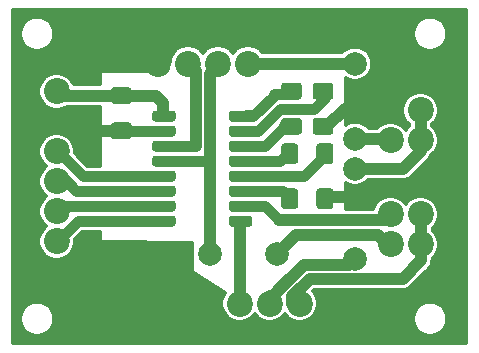
<source format=gbr>
%TF.GenerationSoftware,KiCad,Pcbnew,(5.1.6)-1*%
%TF.CreationDate,2025-08-30T03:37:39-05:00*%
%TF.ProjectId,max3232_board,6d617833-3233-4325-9f62-6f6172642e6b,rev?*%
%TF.SameCoordinates,PX1bdb590PY3072580*%
%TF.FileFunction,Copper,L2,Bot*%
%TF.FilePolarity,Positive*%
%FSLAX46Y46*%
G04 Gerber Fmt 4.6, Leading zero omitted, Abs format (unit mm)*
G04 Created by KiCad (PCBNEW (5.1.6)-1) date 2025-08-30 03:37:39*
%MOMM*%
%LPD*%
G01*
G04 APERTURE LIST*
%TA.AperFunction,ComponentPad*%
%ADD10C,2.200000*%
%TD*%
%TA.AperFunction,ViaPad*%
%ADD11C,2.000000*%
%TD*%
%TA.AperFunction,Conductor*%
%ADD12C,0.900000*%
%TD*%
%TA.AperFunction,Conductor*%
%ADD13C,1.000000*%
%TD*%
%TA.AperFunction,Conductor*%
%ADD14C,0.300000*%
%TD*%
G04 APERTURE END LIST*
%TO.P,C1,1*%
%TO.N,GND*%
%TA.AperFunction,SMDPad,CuDef*%
G36*
G01*
X27358500Y18120000D02*
X26108500Y18120000D01*
G75*
G02*
X25858500Y18370000I0J250000D01*
G01*
X25858500Y19295000D01*
G75*
G02*
X26108500Y19545000I250000J0D01*
G01*
X27358500Y19545000D01*
G75*
G02*
X27608500Y19295000I0J-250000D01*
G01*
X27608500Y18370000D01*
G75*
G02*
X27358500Y18120000I-250000J0D01*
G01*
G37*
%TD.AperFunction*%
%TO.P,C1,2*%
%TO.N,Net-(C1-Pad2)*%
%TA.AperFunction,SMDPad,CuDef*%
G36*
G01*
X27358500Y21095000D02*
X26108500Y21095000D01*
G75*
G02*
X25858500Y21345000I0J250000D01*
G01*
X25858500Y22270000D01*
G75*
G02*
X26108500Y22520000I250000J0D01*
G01*
X27358500Y22520000D01*
G75*
G02*
X27608500Y22270000I0J-250000D01*
G01*
X27608500Y21345000D01*
G75*
G02*
X27358500Y21095000I-250000J0D01*
G01*
G37*
%TD.AperFunction*%
%TD*%
%TO.P,C2,2*%
%TO.N,GND*%
%TA.AperFunction,SMDPad,CuDef*%
G36*
G01*
X26175000Y12075000D02*
X26175000Y13325000D01*
G75*
G02*
X26425000Y13575000I250000J0D01*
G01*
X27350000Y13575000D01*
G75*
G02*
X27600000Y13325000I0J-250000D01*
G01*
X27600000Y12075000D01*
G75*
G02*
X27350000Y11825000I-250000J0D01*
G01*
X26425000Y11825000D01*
G75*
G02*
X26175000Y12075000I0J250000D01*
G01*
G37*
%TD.AperFunction*%
%TO.P,C2,1*%
%TO.N,Net-(C2-Pad1)*%
%TA.AperFunction,SMDPad,CuDef*%
G36*
G01*
X23200000Y12075000D02*
X23200000Y13325000D01*
G75*
G02*
X23450000Y13575000I250000J0D01*
G01*
X24375000Y13575000D01*
G75*
G02*
X24625000Y13325000I0J-250000D01*
G01*
X24625000Y12075000D01*
G75*
G02*
X24375000Y11825000I-250000J0D01*
G01*
X23450000Y11825000D01*
G75*
G02*
X23200000Y12075000I0J250000D01*
G01*
G37*
%TD.AperFunction*%
%TD*%
%TO.P,C3,1*%
%TO.N,Net-(C3-Pad1)*%
%TA.AperFunction,SMDPad,CuDef*%
G36*
G01*
X24691500Y18120000D02*
X23441500Y18120000D01*
G75*
G02*
X23191500Y18370000I0J250000D01*
G01*
X23191500Y19295000D01*
G75*
G02*
X23441500Y19545000I250000J0D01*
G01*
X24691500Y19545000D01*
G75*
G02*
X24941500Y19295000I0J-250000D01*
G01*
X24941500Y18370000D01*
G75*
G02*
X24691500Y18120000I-250000J0D01*
G01*
G37*
%TD.AperFunction*%
%TO.P,C3,2*%
%TO.N,Net-(C3-Pad2)*%
%TA.AperFunction,SMDPad,CuDef*%
G36*
G01*
X24691500Y21095000D02*
X23441500Y21095000D01*
G75*
G02*
X23191500Y21345000I0J250000D01*
G01*
X23191500Y22270000D01*
G75*
G02*
X23441500Y22520000I250000J0D01*
G01*
X24691500Y22520000D01*
G75*
G02*
X24941500Y22270000I0J-250000D01*
G01*
X24941500Y21345000D01*
G75*
G02*
X24691500Y21095000I-250000J0D01*
G01*
G37*
%TD.AperFunction*%
%TD*%
%TO.P,C4,1*%
%TO.N,Net-(C4-Pad1)*%
%TA.AperFunction,SMDPad,CuDef*%
G36*
G01*
X27600000Y17135000D02*
X27600000Y15885000D01*
G75*
G02*
X27350000Y15635000I-250000J0D01*
G01*
X26425000Y15635000D01*
G75*
G02*
X26175000Y15885000I0J250000D01*
G01*
X26175000Y17135000D01*
G75*
G02*
X26425000Y17385000I250000J0D01*
G01*
X27350000Y17385000D01*
G75*
G02*
X27600000Y17135000I0J-250000D01*
G01*
G37*
%TD.AperFunction*%
%TO.P,C4,2*%
%TO.N,Net-(C4-Pad2)*%
%TA.AperFunction,SMDPad,CuDef*%
G36*
G01*
X24625000Y17135000D02*
X24625000Y15885000D01*
G75*
G02*
X24375000Y15635000I-250000J0D01*
G01*
X23450000Y15635000D01*
G75*
G02*
X23200000Y15885000I0J250000D01*
G01*
X23200000Y17135000D01*
G75*
G02*
X23450000Y17385000I250000J0D01*
G01*
X24375000Y17385000D01*
G75*
G02*
X24625000Y17135000I0J-250000D01*
G01*
G37*
%TD.AperFunction*%
%TD*%
%TO.P,C5,2*%
%TO.N,+3V3*%
%TA.AperFunction,SMDPad,CuDef*%
G36*
G01*
X10277000Y20714000D02*
X9027000Y20714000D01*
G75*
G02*
X8777000Y20964000I0J250000D01*
G01*
X8777000Y21889000D01*
G75*
G02*
X9027000Y22139000I250000J0D01*
G01*
X10277000Y22139000D01*
G75*
G02*
X10527000Y21889000I0J-250000D01*
G01*
X10527000Y20964000D01*
G75*
G02*
X10277000Y20714000I-250000J0D01*
G01*
G37*
%TD.AperFunction*%
%TO.P,C5,1*%
%TO.N,GND*%
%TA.AperFunction,SMDPad,CuDef*%
G36*
G01*
X10277000Y17739000D02*
X9027000Y17739000D01*
G75*
G02*
X8777000Y17989000I0J250000D01*
G01*
X8777000Y18914000D01*
G75*
G02*
X9027000Y19164000I250000J0D01*
G01*
X10277000Y19164000D01*
G75*
G02*
X10527000Y18914000I0J-250000D01*
G01*
X10527000Y17989000D01*
G75*
G02*
X10277000Y17739000I-250000J0D01*
G01*
G37*
%TD.AperFunction*%
%TD*%
D10*
%TO.P,J1,1*%
%TO.N,DOUT2*%
X4191000Y9080500D03*
%TO.P,J1,2*%
%TO.N,DIN2*%
X4191000Y11620500D03*
%TO.P,J1,3*%
%TO.N,DIN1*%
X4191000Y14160500D03*
%TO.P,J1,4*%
%TO.N,DOUT1*%
X4191000Y16700500D03*
%TO.P,J1,5*%
%TO.N,GND*%
X4191000Y19240500D03*
%TO.P,J1,6*%
%TO.N,+3V3*%
X4191000Y21780500D03*
%TD*%
%TO.P,J2,2*%
%TO.N,GND*%
X32448500Y20193000D03*
%TO.P,J2,1*%
%TO.N,VHF_AIS-*%
X32448500Y17653000D03*
%TD*%
%TO.P,J3,1*%
%TO.N,RIN1*%
X32448500Y8826500D03*
%TO.P,J3,2*%
%TO.N,ROUT2*%
X32448500Y11366500D03*
%TD*%
%TO.P,J4,2*%
%TO.N,E80-*%
X34988500Y20193000D03*
%TO.P,J4,1*%
X34988500Y17653000D03*
%TD*%
%TO.P,J5,1*%
%TO.N,E80_IN*%
X34988500Y8826500D03*
%TO.P,J5,2*%
X34988500Y11366500D03*
%TD*%
%TO.P,J6,2*%
%TO.N,ROUT1*%
X15303500Y24130000D03*
%TO.P,J6,1*%
%TO.N,GND*%
X12763500Y24130000D03*
%TD*%
%TO.P,J7,1*%
%TO.N,RIN1*%
X17843500Y24130000D03*
%TO.P,J7,2*%
%TO.N,VHF_AIS-*%
X20383500Y24130000D03*
%TD*%
%TO.P,J8,1*%
%TO.N,E80_IN*%
X24765000Y3810000D03*
%TO.P,J8,2*%
%TO.N,E80-*%
X22225000Y3810000D03*
%TO.P,J8,3*%
%TO.N,E80_OUT*%
X19685000Y3810000D03*
%TD*%
%TO.P,U1,1*%
%TO.N,Net-(C3-Pad2)*%
%TA.AperFunction,SMDPad,CuDef*%
G36*
G01*
X20760000Y19910000D02*
X20760000Y19460000D01*
G75*
G02*
X20535000Y19235000I-225000J0D01*
G01*
X18985000Y19235000D01*
G75*
G02*
X18760000Y19460000I0J225000D01*
G01*
X18760000Y19910000D01*
G75*
G02*
X18985000Y20135000I225000J0D01*
G01*
X20535000Y20135000D01*
G75*
G02*
X20760000Y19910000I0J-225000D01*
G01*
G37*
%TD.AperFunction*%
%TO.P,U1,2*%
%TO.N,Net-(C1-Pad2)*%
%TA.AperFunction,SMDPad,CuDef*%
G36*
G01*
X20760000Y18640000D02*
X20760000Y18190000D01*
G75*
G02*
X20535000Y17965000I-225000J0D01*
G01*
X18985000Y17965000D01*
G75*
G02*
X18760000Y18190000I0J225000D01*
G01*
X18760000Y18640000D01*
G75*
G02*
X18985000Y18865000I225000J0D01*
G01*
X20535000Y18865000D01*
G75*
G02*
X20760000Y18640000I0J-225000D01*
G01*
G37*
%TD.AperFunction*%
%TO.P,U1,3*%
%TO.N,Net-(C3-Pad1)*%
%TA.AperFunction,SMDPad,CuDef*%
G36*
G01*
X20760000Y17370000D02*
X20760000Y16920000D01*
G75*
G02*
X20535000Y16695000I-225000J0D01*
G01*
X18985000Y16695000D01*
G75*
G02*
X18760000Y16920000I0J225000D01*
G01*
X18760000Y17370000D01*
G75*
G02*
X18985000Y17595000I225000J0D01*
G01*
X20535000Y17595000D01*
G75*
G02*
X20760000Y17370000I0J-225000D01*
G01*
G37*
%TD.AperFunction*%
%TO.P,U1,4*%
%TO.N,Net-(C4-Pad2)*%
%TA.AperFunction,SMDPad,CuDef*%
G36*
G01*
X20760000Y16100000D02*
X20760000Y15650000D01*
G75*
G02*
X20535000Y15425000I-225000J0D01*
G01*
X18985000Y15425000D01*
G75*
G02*
X18760000Y15650000I0J225000D01*
G01*
X18760000Y16100000D01*
G75*
G02*
X18985000Y16325000I225000J0D01*
G01*
X20535000Y16325000D01*
G75*
G02*
X20760000Y16100000I0J-225000D01*
G01*
G37*
%TD.AperFunction*%
%TO.P,U1,5*%
%TO.N,Net-(C4-Pad1)*%
%TA.AperFunction,SMDPad,CuDef*%
G36*
G01*
X20760000Y14830000D02*
X20760000Y14380000D01*
G75*
G02*
X20535000Y14155000I-225000J0D01*
G01*
X18985000Y14155000D01*
G75*
G02*
X18760000Y14380000I0J225000D01*
G01*
X18760000Y14830000D01*
G75*
G02*
X18985000Y15055000I225000J0D01*
G01*
X20535000Y15055000D01*
G75*
G02*
X20760000Y14830000I0J-225000D01*
G01*
G37*
%TD.AperFunction*%
%TO.P,U1,6*%
%TO.N,Net-(C2-Pad1)*%
%TA.AperFunction,SMDPad,CuDef*%
G36*
G01*
X20760000Y13560000D02*
X20760000Y13110000D01*
G75*
G02*
X20535000Y12885000I-225000J0D01*
G01*
X18985000Y12885000D01*
G75*
G02*
X18760000Y13110000I0J225000D01*
G01*
X18760000Y13560000D01*
G75*
G02*
X18985000Y13785000I225000J0D01*
G01*
X20535000Y13785000D01*
G75*
G02*
X20760000Y13560000I0J-225000D01*
G01*
G37*
%TD.AperFunction*%
%TO.P,U1,7*%
%TO.N,ROUT2*%
%TA.AperFunction,SMDPad,CuDef*%
G36*
G01*
X20760000Y12290000D02*
X20760000Y11840000D01*
G75*
G02*
X20535000Y11615000I-225000J0D01*
G01*
X18985000Y11615000D01*
G75*
G02*
X18760000Y11840000I0J225000D01*
G01*
X18760000Y12290000D01*
G75*
G02*
X18985000Y12515000I225000J0D01*
G01*
X20535000Y12515000D01*
G75*
G02*
X20760000Y12290000I0J-225000D01*
G01*
G37*
%TD.AperFunction*%
%TO.P,U1,8*%
%TO.N,E80_OUT*%
%TA.AperFunction,SMDPad,CuDef*%
G36*
G01*
X20760000Y11020000D02*
X20760000Y10570000D01*
G75*
G02*
X20535000Y10345000I-225000J0D01*
G01*
X18985000Y10345000D01*
G75*
G02*
X18760000Y10570000I0J225000D01*
G01*
X18760000Y11020000D01*
G75*
G02*
X18985000Y11245000I225000J0D01*
G01*
X20535000Y11245000D01*
G75*
G02*
X20760000Y11020000I0J-225000D01*
G01*
G37*
%TD.AperFunction*%
%TO.P,U1,9*%
%TO.N,DOUT2*%
%TA.AperFunction,SMDPad,CuDef*%
G36*
G01*
X14260000Y11020000D02*
X14260000Y10570000D01*
G75*
G02*
X14035000Y10345000I-225000J0D01*
G01*
X12485000Y10345000D01*
G75*
G02*
X12260000Y10570000I0J225000D01*
G01*
X12260000Y11020000D01*
G75*
G02*
X12485000Y11245000I225000J0D01*
G01*
X14035000Y11245000D01*
G75*
G02*
X14260000Y11020000I0J-225000D01*
G01*
G37*
%TD.AperFunction*%
%TO.P,U1,10*%
%TO.N,DIN2*%
%TA.AperFunction,SMDPad,CuDef*%
G36*
G01*
X14260000Y12290000D02*
X14260000Y11840000D01*
G75*
G02*
X14035000Y11615000I-225000J0D01*
G01*
X12485000Y11615000D01*
G75*
G02*
X12260000Y11840000I0J225000D01*
G01*
X12260000Y12290000D01*
G75*
G02*
X12485000Y12515000I225000J0D01*
G01*
X14035000Y12515000D01*
G75*
G02*
X14260000Y12290000I0J-225000D01*
G01*
G37*
%TD.AperFunction*%
%TO.P,U1,11*%
%TO.N,DIN1*%
%TA.AperFunction,SMDPad,CuDef*%
G36*
G01*
X14260000Y13560000D02*
X14260000Y13110000D01*
G75*
G02*
X14035000Y12885000I-225000J0D01*
G01*
X12485000Y12885000D01*
G75*
G02*
X12260000Y13110000I0J225000D01*
G01*
X12260000Y13560000D01*
G75*
G02*
X12485000Y13785000I225000J0D01*
G01*
X14035000Y13785000D01*
G75*
G02*
X14260000Y13560000I0J-225000D01*
G01*
G37*
%TD.AperFunction*%
%TO.P,U1,12*%
%TO.N,DOUT1*%
%TA.AperFunction,SMDPad,CuDef*%
G36*
G01*
X14260000Y14830000D02*
X14260000Y14380000D01*
G75*
G02*
X14035000Y14155000I-225000J0D01*
G01*
X12485000Y14155000D01*
G75*
G02*
X12260000Y14380000I0J225000D01*
G01*
X12260000Y14830000D01*
G75*
G02*
X12485000Y15055000I225000J0D01*
G01*
X14035000Y15055000D01*
G75*
G02*
X14260000Y14830000I0J-225000D01*
G01*
G37*
%TD.AperFunction*%
%TO.P,U1,13*%
%TO.N,RIN1*%
%TA.AperFunction,SMDPad,CuDef*%
G36*
G01*
X14260000Y16100000D02*
X14260000Y15650000D01*
G75*
G02*
X14035000Y15425000I-225000J0D01*
G01*
X12485000Y15425000D01*
G75*
G02*
X12260000Y15650000I0J225000D01*
G01*
X12260000Y16100000D01*
G75*
G02*
X12485000Y16325000I225000J0D01*
G01*
X14035000Y16325000D01*
G75*
G02*
X14260000Y16100000I0J-225000D01*
G01*
G37*
%TD.AperFunction*%
%TO.P,U1,14*%
%TO.N,ROUT1*%
%TA.AperFunction,SMDPad,CuDef*%
G36*
G01*
X14260000Y17370000D02*
X14260000Y16920000D01*
G75*
G02*
X14035000Y16695000I-225000J0D01*
G01*
X12485000Y16695000D01*
G75*
G02*
X12260000Y16920000I0J225000D01*
G01*
X12260000Y17370000D01*
G75*
G02*
X12485000Y17595000I225000J0D01*
G01*
X14035000Y17595000D01*
G75*
G02*
X14260000Y17370000I0J-225000D01*
G01*
G37*
%TD.AperFunction*%
%TO.P,U1,15*%
%TO.N,GND*%
%TA.AperFunction,SMDPad,CuDef*%
G36*
G01*
X14260000Y18640000D02*
X14260000Y18190000D01*
G75*
G02*
X14035000Y17965000I-225000J0D01*
G01*
X12485000Y17965000D01*
G75*
G02*
X12260000Y18190000I0J225000D01*
G01*
X12260000Y18640000D01*
G75*
G02*
X12485000Y18865000I225000J0D01*
G01*
X14035000Y18865000D01*
G75*
G02*
X14260000Y18640000I0J-225000D01*
G01*
G37*
%TD.AperFunction*%
%TO.P,U1,16*%
%TO.N,+3V3*%
%TA.AperFunction,SMDPad,CuDef*%
G36*
G01*
X14260000Y19910000D02*
X14260000Y19460000D01*
G75*
G02*
X14035000Y19235000I-225000J0D01*
G01*
X12485000Y19235000D01*
G75*
G02*
X12260000Y19460000I0J225000D01*
G01*
X12260000Y19910000D01*
G75*
G02*
X12485000Y20135000I225000J0D01*
G01*
X14035000Y20135000D01*
G75*
G02*
X14260000Y19910000I0J-225000D01*
G01*
G37*
%TD.AperFunction*%
%TD*%
D11*
%TO.N,VHF_AIS-*%
X29464000Y17780000D03*
X29464000Y24130000D03*
%TO.N,RIN1*%
X22796500Y8001000D03*
X17145000Y8001000D03*
%TO.N,E80-*%
X29400500Y7620000D03*
X29464000Y15240000D03*
%TD*%
D12*
%TO.N,Net-(C1-Pad2)*%
X23122980Y20320000D02*
X21209000Y18406020D01*
X21209000Y18415000D02*
X20510500Y18415000D01*
X25971500Y20320000D02*
X23122980Y20320000D01*
X26860500Y21209000D02*
X25971500Y20320000D01*
%TO.N,Net-(C2-Pad1)*%
X20828000Y13335000D02*
X20447000Y13335000D01*
X20828000Y13335000D02*
X23304500Y13335000D01*
X23304500Y13335000D02*
X23558500Y13081000D01*
%TO.N,Net-(C3-Pad1)*%
X21844000Y17145000D02*
X20447000Y17145000D01*
X23531500Y18832500D02*
X21844000Y17145000D01*
D13*
X24066500Y18832500D02*
X23531500Y18832500D01*
D12*
%TO.N,Net-(C3-Pad2)*%
X23659091Y21590001D02*
X22606000Y21590000D01*
D13*
X24066500Y21807500D02*
X23966500Y21807500D01*
D12*
X22625919Y21520009D02*
X20790910Y19685000D01*
D13*
X20790910Y19685000D02*
X20256500Y19685000D01*
D12*
%TO.N,Net-(C4-Pad1)*%
X21272500Y14605000D02*
X20510500Y14605000D01*
X26733500Y16256000D02*
X25082500Y14605000D01*
X25082500Y14605000D02*
X21272500Y14605000D01*
%TO.N,Net-(C4-Pad2)*%
X22288500Y15875000D02*
X23114000Y15875000D01*
X23114000Y15875000D02*
X23876000Y16637000D01*
X22288500Y15875000D02*
X20510500Y15875000D01*
D13*
%TO.N,+3V3*%
X9652000Y21426500D02*
X4227500Y21426500D01*
X9652000Y21426500D02*
X12609500Y21426500D01*
X12609500Y21426500D02*
X13208000Y20828000D01*
X13208000Y20828000D02*
X13208000Y19939000D01*
D12*
%TO.N,DOUT1*%
X4505502Y16510000D02*
X6410502Y14605000D01*
X6604000Y14605000D02*
X12636500Y14605000D01*
X6410502Y14605000D02*
X9144000Y14605000D01*
D13*
X4127500Y16510000D02*
X4505502Y16510000D01*
D12*
%TO.N,DIN1*%
X7821440Y13328510D02*
X12700000Y13328510D01*
X9010510Y13328510D02*
X5848490Y13328510D01*
X5848490Y13335000D02*
X4508500Y14674990D01*
%TO.N,DIN2*%
X8890000Y12065000D02*
X12700000Y12065000D01*
X8318500Y12065000D02*
X8890000Y12065000D01*
D13*
X4635500Y12065000D02*
X4064000Y11493500D01*
D12*
X8318500Y12065000D02*
X4445000Y12065000D01*
%TO.N,DOUT2*%
X5969000Y10795000D02*
X4318000Y9144000D01*
X12509500Y10795000D02*
X5969000Y10795000D01*
D13*
%TO.N,VHF_AIS-*%
X32448500Y17716500D02*
X29527500Y17716500D01*
X20510500Y24130000D02*
X20447000Y24193500D01*
X29464000Y24130000D02*
X20574000Y24130000D01*
%TO.N,RIN1*%
X22796500Y8001000D02*
X22796500Y8001000D01*
X17843500Y24130000D02*
X17843500Y23939500D01*
X17843500Y23939500D02*
X17145000Y23241000D01*
X17075010Y15944990D02*
X17145000Y15875000D01*
X17145000Y15875000D02*
X17145000Y8001000D01*
D12*
X13271500Y15875000D02*
X17068520Y15875000D01*
D13*
X17145000Y8001000D02*
X17145000Y8001000D01*
X23691990Y8896490D02*
X22796500Y8001000D01*
X17145000Y15875000D02*
X17145000Y23241000D01*
X32258000Y8826500D02*
X32448500Y8826500D01*
X31426010Y9658490D02*
X32258000Y8826500D01*
X24447500Y9658490D02*
X31426010Y9658490D01*
X22796500Y8001000D02*
X24447500Y9652000D01*
X24447500Y9652000D02*
X24447500Y9658490D01*
%TO.N,ROUT2*%
X23939500Y10858500D02*
X22987000Y10858500D01*
D12*
X22987000Y10858500D02*
X21780500Y12065000D01*
X21780500Y12065000D02*
X20637500Y12065000D01*
D13*
X23939500Y10858500D02*
X32004000Y10858500D01*
X32004000Y10858500D02*
X32512000Y11366500D01*
%TO.N,E80-*%
X29464000Y15240000D02*
X33528000Y15240000D01*
X22225000Y3175000D02*
X22225000Y3683000D01*
X28892500Y7112000D02*
X29400500Y7620000D01*
X22225000Y3810000D02*
X22225000Y4445000D01*
X22929991Y4942061D02*
X25099929Y7111999D01*
X22225000Y4237070D02*
X25099929Y7111999D01*
X22225000Y3810000D02*
X22225000Y4237070D01*
X28892499Y7111999D02*
X29400500Y7620000D01*
X25099929Y7111999D02*
X28892499Y7111999D01*
X34988500Y16700500D02*
X33528000Y15240000D01*
X34988500Y20193000D02*
X34988500Y16700500D01*
%TO.N,E80_IN*%
X35052000Y10033000D02*
X35052000Y11303000D01*
X35052000Y7937500D02*
X35052000Y10033000D01*
X24130000Y4445000D02*
X24130000Y3810000D01*
X33470990Y5911990D02*
X25596990Y5911990D01*
X25596990Y5911990D02*
X24130000Y4445000D01*
X35052000Y10033000D02*
X35052000Y7493000D01*
X35052000Y7493000D02*
X33470990Y5911990D01*
%TO.N,ROUT1*%
X15303500Y24066500D02*
X15944991Y23425009D01*
X15303500Y24130000D02*
X15303500Y24066500D01*
D12*
X15944991Y17145000D02*
X13779500Y17145000D01*
D13*
X15938500Y17272000D02*
X15938500Y23552009D01*
%TO.N,E80_OUT*%
X19685000Y3175000D02*
X19685000Y10668000D01*
D12*
%TO.N,GND*%
X13260000Y18415000D02*
X9906000Y18415000D01*
D13*
X9906000Y18415000D02*
X5461000Y18415000D01*
X5461000Y18415000D02*
X4572000Y19304000D01*
X27014500Y12827000D02*
X30480000Y12827000D01*
X26733500Y18832500D02*
X27087500Y18832500D01*
X27087500Y18832500D02*
X28575000Y20320000D01*
X28575000Y20320000D02*
X30607000Y20320000D01*
X12827000Y23812500D02*
X7683500Y23812500D01*
%TD*%
D14*
%TO.N,GND*%
G36*
X38870001Y500000D02*
G01*
X500000Y500000D01*
X500000Y2682813D01*
X1090000Y2682813D01*
X1090000Y2397187D01*
X1145723Y2117051D01*
X1255027Y1853167D01*
X1413711Y1615679D01*
X1615679Y1413711D01*
X1853167Y1255027D01*
X2117051Y1145723D01*
X2397187Y1090000D01*
X2682813Y1090000D01*
X2962949Y1145723D01*
X3226833Y1255027D01*
X3464321Y1413711D01*
X3666289Y1615679D01*
X3824973Y1853167D01*
X3934277Y2117051D01*
X3990000Y2397187D01*
X3990000Y2682813D01*
X3934277Y2962949D01*
X3824973Y3226833D01*
X3666289Y3464321D01*
X3464321Y3666289D01*
X3226833Y3824973D01*
X2962949Y3934277D01*
X2682813Y3990000D01*
X2397187Y3990000D01*
X2117051Y3934277D01*
X1853167Y3824973D01*
X1615679Y3666289D01*
X1413711Y3464321D01*
X1255027Y3226833D01*
X1145723Y2962949D01*
X1090000Y2682813D01*
X500000Y2682813D01*
X500000Y21933162D01*
X2641000Y21933162D01*
X2641000Y21627838D01*
X2700565Y21328382D01*
X2817408Y21046300D01*
X2987036Y20792432D01*
X3202932Y20576536D01*
X3456800Y20406908D01*
X3738882Y20290065D01*
X4038338Y20230500D01*
X4343662Y20230500D01*
X4643118Y20290065D01*
X4925200Y20406908D01*
X5029353Y20476500D01*
X7858982Y20476500D01*
X7848472Y15505000D01*
X6783294Y15505000D01*
X5740910Y16547384D01*
X5741000Y16547838D01*
X5741000Y16853162D01*
X5681435Y17152618D01*
X5564592Y17434700D01*
X5394964Y17688568D01*
X5179068Y17904464D01*
X4925200Y18074092D01*
X4643118Y18190935D01*
X4343662Y18250500D01*
X4038338Y18250500D01*
X3738882Y18190935D01*
X3456800Y18074092D01*
X3202932Y17904464D01*
X2987036Y17688568D01*
X2817408Y17434700D01*
X2700565Y17152618D01*
X2641000Y16853162D01*
X2641000Y16547838D01*
X2700565Y16248382D01*
X2817408Y15966300D01*
X2987036Y15712432D01*
X3202932Y15496536D01*
X3301763Y15430500D01*
X3202932Y15364464D01*
X2987036Y15148568D01*
X2817408Y14894700D01*
X2700565Y14612618D01*
X2641000Y14313162D01*
X2641000Y14007838D01*
X2700565Y13708382D01*
X2817408Y13426300D01*
X2987036Y13172432D01*
X3202932Y12956536D01*
X3301763Y12890500D01*
X3202932Y12824464D01*
X2987036Y12608568D01*
X2817408Y12354700D01*
X2700565Y12072618D01*
X2641000Y11773162D01*
X2641000Y11467838D01*
X2700565Y11168382D01*
X2817408Y10886300D01*
X2987036Y10632432D01*
X3202932Y10416536D01*
X3301763Y10350500D01*
X3202932Y10284464D01*
X2987036Y10068568D01*
X2817408Y9814700D01*
X2700565Y9532618D01*
X2641000Y9233162D01*
X2641000Y8927838D01*
X2700565Y8628382D01*
X2817408Y8346300D01*
X2987036Y8092432D01*
X3202932Y7876536D01*
X3456800Y7706908D01*
X3738882Y7590065D01*
X4038338Y7530500D01*
X4343662Y7530500D01*
X4643118Y7590065D01*
X4925200Y7706908D01*
X5179068Y7876536D01*
X5394964Y8092432D01*
X5564592Y8346300D01*
X5681435Y8628382D01*
X5741000Y8927838D01*
X5741000Y9233162D01*
X5730872Y9284080D01*
X6341792Y9895000D01*
X7836611Y9895000D01*
X7835125Y9191942D01*
X7837635Y9164301D01*
X7845799Y9136052D01*
X7859318Y9109939D01*
X7877672Y9086965D01*
X7900155Y9068013D01*
X7925903Y9053811D01*
X7953927Y9044905D01*
X7983150Y9041638D01*
X15598000Y8941365D01*
X15598000Y6635750D01*
X15600849Y6606652D01*
X15609353Y6578504D01*
X15623186Y6552555D01*
X15641814Y6529804D01*
X15664524Y6511124D01*
X18400961Y4678227D01*
X18311408Y4544200D01*
X18194565Y4262118D01*
X18135000Y3962662D01*
X18135000Y3657338D01*
X18194565Y3357882D01*
X18311408Y3075800D01*
X18481036Y2821932D01*
X18696932Y2606036D01*
X18950800Y2436408D01*
X19232882Y2319565D01*
X19292190Y2307768D01*
X19319692Y2293068D01*
X19498768Y2238746D01*
X19685000Y2220404D01*
X19871231Y2238746D01*
X20050307Y2293068D01*
X20077808Y2307768D01*
X20137118Y2319565D01*
X20419200Y2436408D01*
X20673068Y2606036D01*
X20888964Y2821932D01*
X20955000Y2920763D01*
X21021036Y2821932D01*
X21236932Y2606036D01*
X21490800Y2436408D01*
X21772882Y2319565D01*
X21832190Y2307768D01*
X21859692Y2293068D01*
X22038768Y2238746D01*
X22225000Y2220404D01*
X22411231Y2238746D01*
X22590307Y2293068D01*
X22617808Y2307768D01*
X22677118Y2319565D01*
X22959200Y2436408D01*
X23213068Y2606036D01*
X23428964Y2821932D01*
X23495000Y2920763D01*
X23561036Y2821932D01*
X23776932Y2606036D01*
X24030800Y2436408D01*
X24312882Y2319565D01*
X24612338Y2260000D01*
X24917662Y2260000D01*
X25217118Y2319565D01*
X25499200Y2436408D01*
X25753068Y2606036D01*
X25829845Y2682813D01*
X34364000Y2682813D01*
X34364000Y2397187D01*
X34419723Y2117051D01*
X34529027Y1853167D01*
X34687711Y1615679D01*
X34889679Y1413711D01*
X35127167Y1255027D01*
X35391051Y1145723D01*
X35671187Y1090000D01*
X35956813Y1090000D01*
X36236949Y1145723D01*
X36500833Y1255027D01*
X36738321Y1413711D01*
X36940289Y1615679D01*
X37098973Y1853167D01*
X37208277Y2117051D01*
X37264000Y2397187D01*
X37264000Y2682813D01*
X37208277Y2962949D01*
X37098973Y3226833D01*
X36940289Y3464321D01*
X36738321Y3666289D01*
X36500833Y3824973D01*
X36236949Y3934277D01*
X35956813Y3990000D01*
X35671187Y3990000D01*
X35391051Y3934277D01*
X35127167Y3824973D01*
X34889679Y3666289D01*
X34687711Y3464321D01*
X34529027Y3226833D01*
X34419723Y2962949D01*
X34364000Y2682813D01*
X25829845Y2682813D01*
X25968964Y2821932D01*
X26138592Y3075800D01*
X26255435Y3357882D01*
X26315000Y3657338D01*
X26315000Y3962662D01*
X26255435Y4262118D01*
X26138592Y4544200D01*
X25968964Y4798068D01*
X25897767Y4869265D01*
X25990493Y4961990D01*
X33424336Y4961990D01*
X33470990Y4957395D01*
X33517644Y4961990D01*
X33517655Y4961990D01*
X33657222Y4975736D01*
X33836298Y5030058D01*
X34001335Y5118272D01*
X34145991Y5236989D01*
X34175740Y5273238D01*
X35690757Y6788254D01*
X35727001Y6817999D01*
X35845718Y6962655D01*
X35925544Y7111999D01*
X35933932Y7127691D01*
X35988254Y7306767D01*
X35998141Y7407155D01*
X36002000Y7446335D01*
X36002000Y7446343D01*
X36006595Y7493000D01*
X36002000Y7539657D01*
X36002000Y7647968D01*
X36192464Y7838432D01*
X36362092Y8092300D01*
X36478935Y8374382D01*
X36538500Y8673838D01*
X36538500Y8979162D01*
X36478935Y9278618D01*
X36362092Y9560700D01*
X36192464Y9814568D01*
X36002000Y10005032D01*
X36002000Y10187968D01*
X36192464Y10378432D01*
X36362092Y10632300D01*
X36478935Y10914382D01*
X36538500Y11213838D01*
X36538500Y11519162D01*
X36478935Y11818618D01*
X36362092Y12100700D01*
X36192464Y12354568D01*
X35976568Y12570464D01*
X35722700Y12740092D01*
X35440618Y12856935D01*
X35141162Y12916500D01*
X34835838Y12916500D01*
X34536382Y12856935D01*
X34254300Y12740092D01*
X34000432Y12570464D01*
X33784536Y12354568D01*
X33718500Y12255737D01*
X33652464Y12354568D01*
X33436568Y12570464D01*
X33182700Y12740092D01*
X32900618Y12856935D01*
X32601162Y12916500D01*
X32295838Y12916500D01*
X31996382Y12856935D01*
X31714300Y12740092D01*
X31460432Y12570464D01*
X31244536Y12354568D01*
X31074908Y12100700D01*
X30958065Y11818618D01*
X30956052Y11808500D01*
X28635854Y11808500D01*
X28640585Y14046288D01*
X28777167Y13955027D01*
X29041051Y13845723D01*
X29321187Y13790000D01*
X29606813Y13790000D01*
X29886949Y13845723D01*
X30150833Y13955027D01*
X30388321Y14113711D01*
X30564610Y14290000D01*
X33481346Y14290000D01*
X33528000Y14285405D01*
X33574654Y14290000D01*
X33574665Y14290000D01*
X33714232Y14303746D01*
X33893308Y14358068D01*
X34058345Y14446282D01*
X34203001Y14564999D01*
X34232750Y14601248D01*
X35627257Y15995754D01*
X35663501Y16025499D01*
X35707876Y16079569D01*
X35782217Y16170154D01*
X35819715Y16240307D01*
X35870432Y16335192D01*
X35886764Y16389031D01*
X35976568Y16449036D01*
X36192464Y16664932D01*
X36362092Y16918800D01*
X36478935Y17200882D01*
X36538500Y17500338D01*
X36538500Y17805662D01*
X36478935Y18105118D01*
X36362092Y18387200D01*
X36192464Y18641068D01*
X35976568Y18856964D01*
X35938500Y18882400D01*
X35938500Y18963600D01*
X35976568Y18989036D01*
X36192464Y19204932D01*
X36362092Y19458800D01*
X36478935Y19740882D01*
X36538500Y20040338D01*
X36538500Y20345662D01*
X36478935Y20645118D01*
X36362092Y20927200D01*
X36192464Y21181068D01*
X35976568Y21396964D01*
X35722700Y21566592D01*
X35440618Y21683435D01*
X35141162Y21743000D01*
X34835838Y21743000D01*
X34536382Y21683435D01*
X34254300Y21566592D01*
X34000432Y21396964D01*
X33784536Y21181068D01*
X33614908Y20927200D01*
X33498065Y20645118D01*
X33438500Y20345662D01*
X33438500Y20040338D01*
X33498065Y19740882D01*
X33614908Y19458800D01*
X33784536Y19204932D01*
X34000432Y18989036D01*
X34038500Y18963600D01*
X34038500Y18882400D01*
X34000432Y18856964D01*
X33784536Y18641068D01*
X33718500Y18542237D01*
X33652464Y18641068D01*
X33436568Y18856964D01*
X33182700Y19026592D01*
X32900618Y19143435D01*
X32601162Y19203000D01*
X32295838Y19203000D01*
X31996382Y19143435D01*
X31714300Y19026592D01*
X31460432Y18856964D01*
X31269968Y18666500D01*
X30615560Y18666500D01*
X30590289Y18704321D01*
X30388321Y18906289D01*
X30150833Y19064973D01*
X29886949Y19174277D01*
X29606813Y19230000D01*
X29321187Y19230000D01*
X29041051Y19174277D01*
X28777167Y19064973D01*
X28651017Y18980682D01*
X28659353Y22923747D01*
X28777167Y22845027D01*
X29041051Y22735723D01*
X29321187Y22680000D01*
X29606813Y22680000D01*
X29886949Y22735723D01*
X30150833Y22845027D01*
X30388321Y23003711D01*
X30590289Y23205679D01*
X30748973Y23443167D01*
X30858277Y23707051D01*
X30914000Y23987187D01*
X30914000Y24272813D01*
X30858277Y24552949D01*
X30748973Y24816833D01*
X30590289Y25054321D01*
X30388321Y25256289D01*
X30150833Y25414973D01*
X29886949Y25524277D01*
X29606813Y25580000D01*
X29321187Y25580000D01*
X29041051Y25524277D01*
X28777167Y25414973D01*
X28539679Y25256289D01*
X28363390Y25080000D01*
X21612900Y25080000D01*
X21587464Y25118068D01*
X21371568Y25333964D01*
X21117700Y25503592D01*
X20835618Y25620435D01*
X20536162Y25680000D01*
X20230838Y25680000D01*
X19931382Y25620435D01*
X19649300Y25503592D01*
X19395432Y25333964D01*
X19179536Y25118068D01*
X19113500Y25019237D01*
X19047464Y25118068D01*
X18831568Y25333964D01*
X18577700Y25503592D01*
X18295618Y25620435D01*
X17996162Y25680000D01*
X17690838Y25680000D01*
X17391382Y25620435D01*
X17109300Y25503592D01*
X16855432Y25333964D01*
X16639536Y25118068D01*
X16573500Y25019237D01*
X16507464Y25118068D01*
X16291568Y25333964D01*
X16037700Y25503592D01*
X15755618Y25620435D01*
X15456162Y25680000D01*
X15150838Y25680000D01*
X14851382Y25620435D01*
X14569300Y25503592D01*
X14315432Y25333964D01*
X14099536Y25118068D01*
X13929908Y24864200D01*
X13813065Y24582118D01*
X13753735Y24283845D01*
X8018850Y24359362D01*
X7987923Y24356554D01*
X7959766Y24348078D01*
X7933803Y24334271D01*
X7911033Y24315665D01*
X7892331Y24292974D01*
X7878415Y24267070D01*
X7869819Y24238950D01*
X7866875Y24209692D01*
X7862999Y22376500D01*
X5621837Y22376500D01*
X5564592Y22514700D01*
X5394964Y22768568D01*
X5179068Y22984464D01*
X4925200Y23154092D01*
X4643118Y23270935D01*
X4343662Y23330500D01*
X4038338Y23330500D01*
X3738882Y23270935D01*
X3456800Y23154092D01*
X3202932Y22984464D01*
X2987036Y22768568D01*
X2817408Y22514700D01*
X2700565Y22232618D01*
X2641000Y21933162D01*
X500000Y21933162D01*
X500000Y26812813D01*
X1090000Y26812813D01*
X1090000Y26527187D01*
X1145723Y26247051D01*
X1255027Y25983167D01*
X1413711Y25745679D01*
X1615679Y25543711D01*
X1853167Y25385027D01*
X2117051Y25275723D01*
X2397187Y25220000D01*
X2682813Y25220000D01*
X2962949Y25275723D01*
X3226833Y25385027D01*
X3464321Y25543711D01*
X3666289Y25745679D01*
X3824973Y25983167D01*
X3934277Y26247051D01*
X3990000Y26527187D01*
X3990000Y26812813D01*
X34364000Y26812813D01*
X34364000Y26527187D01*
X34419723Y26247051D01*
X34529027Y25983167D01*
X34687711Y25745679D01*
X34889679Y25543711D01*
X35127167Y25385027D01*
X35391051Y25275723D01*
X35671187Y25220000D01*
X35956813Y25220000D01*
X36236949Y25275723D01*
X36500833Y25385027D01*
X36738321Y25543711D01*
X36940289Y25745679D01*
X37098973Y25983167D01*
X37208277Y26247051D01*
X37264000Y26527187D01*
X37264000Y26812813D01*
X37208277Y27092949D01*
X37098973Y27356833D01*
X36940289Y27594321D01*
X36738321Y27796289D01*
X36500833Y27954973D01*
X36236949Y28064277D01*
X35956813Y28120000D01*
X35671187Y28120000D01*
X35391051Y28064277D01*
X35127167Y27954973D01*
X34889679Y27796289D01*
X34687711Y27594321D01*
X34529027Y27356833D01*
X34419723Y27092949D01*
X34364000Y26812813D01*
X3990000Y26812813D01*
X3934277Y27092949D01*
X3824973Y27356833D01*
X3666289Y27594321D01*
X3464321Y27796289D01*
X3226833Y27954973D01*
X2962949Y28064277D01*
X2682813Y28120000D01*
X2397187Y28120000D01*
X2117051Y28064277D01*
X1853167Y27954973D01*
X1615679Y27796289D01*
X1413711Y27594321D01*
X1255027Y27356833D01*
X1145723Y27092949D01*
X1090000Y26812813D01*
X500000Y26812813D01*
X500000Y28710000D01*
X38870000Y28710000D01*
X38870001Y500000D01*
G37*
X38870001Y500000D02*
X500000Y500000D01*
X500000Y2682813D01*
X1090000Y2682813D01*
X1090000Y2397187D01*
X1145723Y2117051D01*
X1255027Y1853167D01*
X1413711Y1615679D01*
X1615679Y1413711D01*
X1853167Y1255027D01*
X2117051Y1145723D01*
X2397187Y1090000D01*
X2682813Y1090000D01*
X2962949Y1145723D01*
X3226833Y1255027D01*
X3464321Y1413711D01*
X3666289Y1615679D01*
X3824973Y1853167D01*
X3934277Y2117051D01*
X3990000Y2397187D01*
X3990000Y2682813D01*
X3934277Y2962949D01*
X3824973Y3226833D01*
X3666289Y3464321D01*
X3464321Y3666289D01*
X3226833Y3824973D01*
X2962949Y3934277D01*
X2682813Y3990000D01*
X2397187Y3990000D01*
X2117051Y3934277D01*
X1853167Y3824973D01*
X1615679Y3666289D01*
X1413711Y3464321D01*
X1255027Y3226833D01*
X1145723Y2962949D01*
X1090000Y2682813D01*
X500000Y2682813D01*
X500000Y21933162D01*
X2641000Y21933162D01*
X2641000Y21627838D01*
X2700565Y21328382D01*
X2817408Y21046300D01*
X2987036Y20792432D01*
X3202932Y20576536D01*
X3456800Y20406908D01*
X3738882Y20290065D01*
X4038338Y20230500D01*
X4343662Y20230500D01*
X4643118Y20290065D01*
X4925200Y20406908D01*
X5029353Y20476500D01*
X7858982Y20476500D01*
X7848472Y15505000D01*
X6783294Y15505000D01*
X5740910Y16547384D01*
X5741000Y16547838D01*
X5741000Y16853162D01*
X5681435Y17152618D01*
X5564592Y17434700D01*
X5394964Y17688568D01*
X5179068Y17904464D01*
X4925200Y18074092D01*
X4643118Y18190935D01*
X4343662Y18250500D01*
X4038338Y18250500D01*
X3738882Y18190935D01*
X3456800Y18074092D01*
X3202932Y17904464D01*
X2987036Y17688568D01*
X2817408Y17434700D01*
X2700565Y17152618D01*
X2641000Y16853162D01*
X2641000Y16547838D01*
X2700565Y16248382D01*
X2817408Y15966300D01*
X2987036Y15712432D01*
X3202932Y15496536D01*
X3301763Y15430500D01*
X3202932Y15364464D01*
X2987036Y15148568D01*
X2817408Y14894700D01*
X2700565Y14612618D01*
X2641000Y14313162D01*
X2641000Y14007838D01*
X2700565Y13708382D01*
X2817408Y13426300D01*
X2987036Y13172432D01*
X3202932Y12956536D01*
X3301763Y12890500D01*
X3202932Y12824464D01*
X2987036Y12608568D01*
X2817408Y12354700D01*
X2700565Y12072618D01*
X2641000Y11773162D01*
X2641000Y11467838D01*
X2700565Y11168382D01*
X2817408Y10886300D01*
X2987036Y10632432D01*
X3202932Y10416536D01*
X3301763Y10350500D01*
X3202932Y10284464D01*
X2987036Y10068568D01*
X2817408Y9814700D01*
X2700565Y9532618D01*
X2641000Y9233162D01*
X2641000Y8927838D01*
X2700565Y8628382D01*
X2817408Y8346300D01*
X2987036Y8092432D01*
X3202932Y7876536D01*
X3456800Y7706908D01*
X3738882Y7590065D01*
X4038338Y7530500D01*
X4343662Y7530500D01*
X4643118Y7590065D01*
X4925200Y7706908D01*
X5179068Y7876536D01*
X5394964Y8092432D01*
X5564592Y8346300D01*
X5681435Y8628382D01*
X5741000Y8927838D01*
X5741000Y9233162D01*
X5730872Y9284080D01*
X6341792Y9895000D01*
X7836611Y9895000D01*
X7835125Y9191942D01*
X7837635Y9164301D01*
X7845799Y9136052D01*
X7859318Y9109939D01*
X7877672Y9086965D01*
X7900155Y9068013D01*
X7925903Y9053811D01*
X7953927Y9044905D01*
X7983150Y9041638D01*
X15598000Y8941365D01*
X15598000Y6635750D01*
X15600849Y6606652D01*
X15609353Y6578504D01*
X15623186Y6552555D01*
X15641814Y6529804D01*
X15664524Y6511124D01*
X18400961Y4678227D01*
X18311408Y4544200D01*
X18194565Y4262118D01*
X18135000Y3962662D01*
X18135000Y3657338D01*
X18194565Y3357882D01*
X18311408Y3075800D01*
X18481036Y2821932D01*
X18696932Y2606036D01*
X18950800Y2436408D01*
X19232882Y2319565D01*
X19292190Y2307768D01*
X19319692Y2293068D01*
X19498768Y2238746D01*
X19685000Y2220404D01*
X19871231Y2238746D01*
X20050307Y2293068D01*
X20077808Y2307768D01*
X20137118Y2319565D01*
X20419200Y2436408D01*
X20673068Y2606036D01*
X20888964Y2821932D01*
X20955000Y2920763D01*
X21021036Y2821932D01*
X21236932Y2606036D01*
X21490800Y2436408D01*
X21772882Y2319565D01*
X21832190Y2307768D01*
X21859692Y2293068D01*
X22038768Y2238746D01*
X22225000Y2220404D01*
X22411231Y2238746D01*
X22590307Y2293068D01*
X22617808Y2307768D01*
X22677118Y2319565D01*
X22959200Y2436408D01*
X23213068Y2606036D01*
X23428964Y2821932D01*
X23495000Y2920763D01*
X23561036Y2821932D01*
X23776932Y2606036D01*
X24030800Y2436408D01*
X24312882Y2319565D01*
X24612338Y2260000D01*
X24917662Y2260000D01*
X25217118Y2319565D01*
X25499200Y2436408D01*
X25753068Y2606036D01*
X25829845Y2682813D01*
X34364000Y2682813D01*
X34364000Y2397187D01*
X34419723Y2117051D01*
X34529027Y1853167D01*
X34687711Y1615679D01*
X34889679Y1413711D01*
X35127167Y1255027D01*
X35391051Y1145723D01*
X35671187Y1090000D01*
X35956813Y1090000D01*
X36236949Y1145723D01*
X36500833Y1255027D01*
X36738321Y1413711D01*
X36940289Y1615679D01*
X37098973Y1853167D01*
X37208277Y2117051D01*
X37264000Y2397187D01*
X37264000Y2682813D01*
X37208277Y2962949D01*
X37098973Y3226833D01*
X36940289Y3464321D01*
X36738321Y3666289D01*
X36500833Y3824973D01*
X36236949Y3934277D01*
X35956813Y3990000D01*
X35671187Y3990000D01*
X35391051Y3934277D01*
X35127167Y3824973D01*
X34889679Y3666289D01*
X34687711Y3464321D01*
X34529027Y3226833D01*
X34419723Y2962949D01*
X34364000Y2682813D01*
X25829845Y2682813D01*
X25968964Y2821932D01*
X26138592Y3075800D01*
X26255435Y3357882D01*
X26315000Y3657338D01*
X26315000Y3962662D01*
X26255435Y4262118D01*
X26138592Y4544200D01*
X25968964Y4798068D01*
X25897767Y4869265D01*
X25990493Y4961990D01*
X33424336Y4961990D01*
X33470990Y4957395D01*
X33517644Y4961990D01*
X33517655Y4961990D01*
X33657222Y4975736D01*
X33836298Y5030058D01*
X34001335Y5118272D01*
X34145991Y5236989D01*
X34175740Y5273238D01*
X35690757Y6788254D01*
X35727001Y6817999D01*
X35845718Y6962655D01*
X35925544Y7111999D01*
X35933932Y7127691D01*
X35988254Y7306767D01*
X35998141Y7407155D01*
X36002000Y7446335D01*
X36002000Y7446343D01*
X36006595Y7493000D01*
X36002000Y7539657D01*
X36002000Y7647968D01*
X36192464Y7838432D01*
X36362092Y8092300D01*
X36478935Y8374382D01*
X36538500Y8673838D01*
X36538500Y8979162D01*
X36478935Y9278618D01*
X36362092Y9560700D01*
X36192464Y9814568D01*
X36002000Y10005032D01*
X36002000Y10187968D01*
X36192464Y10378432D01*
X36362092Y10632300D01*
X36478935Y10914382D01*
X36538500Y11213838D01*
X36538500Y11519162D01*
X36478935Y11818618D01*
X36362092Y12100700D01*
X36192464Y12354568D01*
X35976568Y12570464D01*
X35722700Y12740092D01*
X35440618Y12856935D01*
X35141162Y12916500D01*
X34835838Y12916500D01*
X34536382Y12856935D01*
X34254300Y12740092D01*
X34000432Y12570464D01*
X33784536Y12354568D01*
X33718500Y12255737D01*
X33652464Y12354568D01*
X33436568Y12570464D01*
X33182700Y12740092D01*
X32900618Y12856935D01*
X32601162Y12916500D01*
X32295838Y12916500D01*
X31996382Y12856935D01*
X31714300Y12740092D01*
X31460432Y12570464D01*
X31244536Y12354568D01*
X31074908Y12100700D01*
X30958065Y11818618D01*
X30956052Y11808500D01*
X28635854Y11808500D01*
X28640585Y14046288D01*
X28777167Y13955027D01*
X29041051Y13845723D01*
X29321187Y13790000D01*
X29606813Y13790000D01*
X29886949Y13845723D01*
X30150833Y13955027D01*
X30388321Y14113711D01*
X30564610Y14290000D01*
X33481346Y14290000D01*
X33528000Y14285405D01*
X33574654Y14290000D01*
X33574665Y14290000D01*
X33714232Y14303746D01*
X33893308Y14358068D01*
X34058345Y14446282D01*
X34203001Y14564999D01*
X34232750Y14601248D01*
X35627257Y15995754D01*
X35663501Y16025499D01*
X35707876Y16079569D01*
X35782217Y16170154D01*
X35819715Y16240307D01*
X35870432Y16335192D01*
X35886764Y16389031D01*
X35976568Y16449036D01*
X36192464Y16664932D01*
X36362092Y16918800D01*
X36478935Y17200882D01*
X36538500Y17500338D01*
X36538500Y17805662D01*
X36478935Y18105118D01*
X36362092Y18387200D01*
X36192464Y18641068D01*
X35976568Y18856964D01*
X35938500Y18882400D01*
X35938500Y18963600D01*
X35976568Y18989036D01*
X36192464Y19204932D01*
X36362092Y19458800D01*
X36478935Y19740882D01*
X36538500Y20040338D01*
X36538500Y20345662D01*
X36478935Y20645118D01*
X36362092Y20927200D01*
X36192464Y21181068D01*
X35976568Y21396964D01*
X35722700Y21566592D01*
X35440618Y21683435D01*
X35141162Y21743000D01*
X34835838Y21743000D01*
X34536382Y21683435D01*
X34254300Y21566592D01*
X34000432Y21396964D01*
X33784536Y21181068D01*
X33614908Y20927200D01*
X33498065Y20645118D01*
X33438500Y20345662D01*
X33438500Y20040338D01*
X33498065Y19740882D01*
X33614908Y19458800D01*
X33784536Y19204932D01*
X34000432Y18989036D01*
X34038500Y18963600D01*
X34038500Y18882400D01*
X34000432Y18856964D01*
X33784536Y18641068D01*
X33718500Y18542237D01*
X33652464Y18641068D01*
X33436568Y18856964D01*
X33182700Y19026592D01*
X32900618Y19143435D01*
X32601162Y19203000D01*
X32295838Y19203000D01*
X31996382Y19143435D01*
X31714300Y19026592D01*
X31460432Y18856964D01*
X31269968Y18666500D01*
X30615560Y18666500D01*
X30590289Y18704321D01*
X30388321Y18906289D01*
X30150833Y19064973D01*
X29886949Y19174277D01*
X29606813Y19230000D01*
X29321187Y19230000D01*
X29041051Y19174277D01*
X28777167Y19064973D01*
X28651017Y18980682D01*
X28659353Y22923747D01*
X28777167Y22845027D01*
X29041051Y22735723D01*
X29321187Y22680000D01*
X29606813Y22680000D01*
X29886949Y22735723D01*
X30150833Y22845027D01*
X30388321Y23003711D01*
X30590289Y23205679D01*
X30748973Y23443167D01*
X30858277Y23707051D01*
X30914000Y23987187D01*
X30914000Y24272813D01*
X30858277Y24552949D01*
X30748973Y24816833D01*
X30590289Y25054321D01*
X30388321Y25256289D01*
X30150833Y25414973D01*
X29886949Y25524277D01*
X29606813Y25580000D01*
X29321187Y25580000D01*
X29041051Y25524277D01*
X28777167Y25414973D01*
X28539679Y25256289D01*
X28363390Y25080000D01*
X21612900Y25080000D01*
X21587464Y25118068D01*
X21371568Y25333964D01*
X21117700Y25503592D01*
X20835618Y25620435D01*
X20536162Y25680000D01*
X20230838Y25680000D01*
X19931382Y25620435D01*
X19649300Y25503592D01*
X19395432Y25333964D01*
X19179536Y25118068D01*
X19113500Y25019237D01*
X19047464Y25118068D01*
X18831568Y25333964D01*
X18577700Y25503592D01*
X18295618Y25620435D01*
X17996162Y25680000D01*
X17690838Y25680000D01*
X17391382Y25620435D01*
X17109300Y25503592D01*
X16855432Y25333964D01*
X16639536Y25118068D01*
X16573500Y25019237D01*
X16507464Y25118068D01*
X16291568Y25333964D01*
X16037700Y25503592D01*
X15755618Y25620435D01*
X15456162Y25680000D01*
X15150838Y25680000D01*
X14851382Y25620435D01*
X14569300Y25503592D01*
X14315432Y25333964D01*
X14099536Y25118068D01*
X13929908Y24864200D01*
X13813065Y24582118D01*
X13753735Y24283845D01*
X8018850Y24359362D01*
X7987923Y24356554D01*
X7959766Y24348078D01*
X7933803Y24334271D01*
X7911033Y24315665D01*
X7892331Y24292974D01*
X7878415Y24267070D01*
X7869819Y24238950D01*
X7866875Y24209692D01*
X7862999Y22376500D01*
X5621837Y22376500D01*
X5564592Y22514700D01*
X5394964Y22768568D01*
X5179068Y22984464D01*
X4925200Y23154092D01*
X4643118Y23270935D01*
X4343662Y23330500D01*
X4038338Y23330500D01*
X3738882Y23270935D01*
X3456800Y23154092D01*
X3202932Y22984464D01*
X2987036Y22768568D01*
X2817408Y22514700D01*
X2700565Y22232618D01*
X2641000Y21933162D01*
X500000Y21933162D01*
X500000Y26812813D01*
X1090000Y26812813D01*
X1090000Y26527187D01*
X1145723Y26247051D01*
X1255027Y25983167D01*
X1413711Y25745679D01*
X1615679Y25543711D01*
X1853167Y25385027D01*
X2117051Y25275723D01*
X2397187Y25220000D01*
X2682813Y25220000D01*
X2962949Y25275723D01*
X3226833Y25385027D01*
X3464321Y25543711D01*
X3666289Y25745679D01*
X3824973Y25983167D01*
X3934277Y26247051D01*
X3990000Y26527187D01*
X3990000Y26812813D01*
X34364000Y26812813D01*
X34364000Y26527187D01*
X34419723Y26247051D01*
X34529027Y25983167D01*
X34687711Y25745679D01*
X34889679Y25543711D01*
X35127167Y25385027D01*
X35391051Y25275723D01*
X35671187Y25220000D01*
X35956813Y25220000D01*
X36236949Y25275723D01*
X36500833Y25385027D01*
X36738321Y25543711D01*
X36940289Y25745679D01*
X37098973Y25983167D01*
X37208277Y26247051D01*
X37264000Y26527187D01*
X37264000Y26812813D01*
X37208277Y27092949D01*
X37098973Y27356833D01*
X36940289Y27594321D01*
X36738321Y27796289D01*
X36500833Y27954973D01*
X36236949Y28064277D01*
X35956813Y28120000D01*
X35671187Y28120000D01*
X35391051Y28064277D01*
X35127167Y27954973D01*
X34889679Y27796289D01*
X34687711Y27594321D01*
X34529027Y27356833D01*
X34419723Y27092949D01*
X34364000Y26812813D01*
X3990000Y26812813D01*
X3934277Y27092949D01*
X3824973Y27356833D01*
X3666289Y27594321D01*
X3464321Y27796289D01*
X3226833Y27954973D01*
X2962949Y28064277D01*
X2682813Y28120000D01*
X2397187Y28120000D01*
X2117051Y28064277D01*
X1853167Y27954973D01*
X1615679Y27796289D01*
X1413711Y27594321D01*
X1255027Y27356833D01*
X1145723Y27092949D01*
X1090000Y26812813D01*
X500000Y26812813D01*
X500000Y28710000D01*
X38870000Y28710000D01*
X38870001Y500000D01*
%TD*%
M02*

</source>
